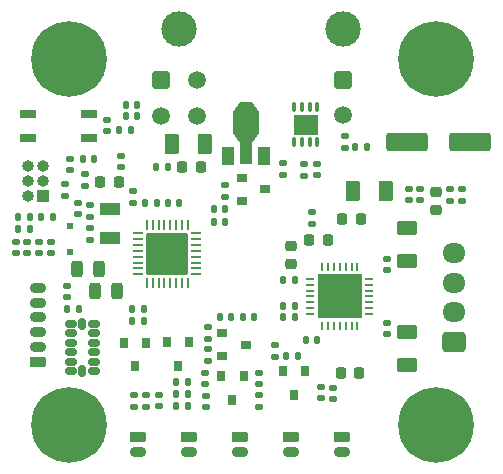
<source format=gts>
G04 #@! TF.GenerationSoftware,KiCad,Pcbnew,5.99.0-unknown-eb819a3b25~139~ubuntu20.04.1*
G04 #@! TF.CreationDate,2021-10-10T12:59:27-07:00*
G04 #@! TF.ProjectId,Huvud,48757675-642e-46b6-9963-61645f706362,rev?*
G04 #@! TF.SameCoordinates,PXad91980PY876bf80*
G04 #@! TF.FileFunction,Soldermask,Top*
G04 #@! TF.FilePolarity,Negative*
%FSLAX46Y46*%
G04 Gerber Fmt 4.6, Leading zero omitted, Abs format (unit mm)*
G04 Created by KiCad (PCBNEW 5.99.0-unknown-eb819a3b25~139~ubuntu20.04.1) date 2021-10-10 12:59:27*
%MOMM*%
%LPD*%
G01*
G04 APERTURE LIST*
G04 Aperture macros list*
%AMRoundRect*
0 Rectangle with rounded corners*
0 $1 Rounding radius*
0 $2 $3 $4 $5 $6 $7 $8 $9 X,Y pos of 4 corners*
0 Add a 4 corners polygon primitive as box body*
4,1,4,$2,$3,$4,$5,$6,$7,$8,$9,$2,$3,0*
0 Add four circle primitives for the rounded corners*
1,1,$1+$1,$2,$3*
1,1,$1+$1,$4,$5*
1,1,$1+$1,$6,$7*
1,1,$1+$1,$8,$9*
0 Add four rect primitives between the rounded corners*
20,1,$1+$1,$2,$3,$4,$5,0*
20,1,$1+$1,$4,$5,$6,$7,0*
20,1,$1+$1,$6,$7,$8,$9,0*
20,1,$1+$1,$8,$9,$2,$3,0*%
%AMOutline4P*
0 Free polygon, 4 corners , with rotation*
0 The origin of the aperture is its center*
0 number of corners: always 4*
0 $1 to $8 corner X, Y*
0 $9 Rotation angle, in degrees counterclockwise*
0 create outline with 4 corners*
4,1,4,$1,$2,$3,$4,$5,$6,$7,$8,$1,$2,$9*%
G04 Aperture macros list end*
%ADD10RoundRect,0.147500X-0.172500X0.147500X-0.172500X-0.147500X0.172500X-0.147500X0.172500X0.147500X0*%
%ADD11RoundRect,0.147500X0.172500X-0.147500X0.172500X0.147500X-0.172500X0.147500X-0.172500X-0.147500X0*%
%ADD12RoundRect,0.147500X-0.147500X-0.172500X0.147500X-0.172500X0.147500X0.172500X-0.147500X0.172500X0*%
%ADD13RoundRect,0.225000X0.475000X-0.225000X0.475000X0.225000X-0.475000X0.225000X-0.475000X-0.225000X0*%
%ADD14O,1.400000X0.900000*%
%ADD15RoundRect,0.147500X0.147500X0.172500X-0.147500X0.172500X-0.147500X-0.172500X0.147500X-0.172500X0*%
%ADD16R,0.900000X0.800000*%
%ADD17RoundRect,0.225000X-0.475000X0.225000X-0.475000X-0.225000X0.475000X-0.225000X0.475000X0.225000X0*%
%ADD18C,0.800000*%
%ADD19C,6.400000*%
%ADD20RoundRect,0.218750X0.218750X0.256250X-0.218750X0.256250X-0.218750X-0.256250X0.218750X-0.256250X0*%
%ADD21RoundRect,0.218750X-0.218750X-0.256250X0.218750X-0.256250X0.218750X0.256250X-0.218750X0.256250X0*%
%ADD22RoundRect,0.250000X-0.625000X0.375000X-0.625000X-0.375000X0.625000X-0.375000X0.625000X0.375000X0*%
%ADD23RoundRect,0.250000X0.625000X-0.375000X0.625000X0.375000X-0.625000X0.375000X-0.625000X-0.375000X0*%
%ADD24R,1.000000X1.000000*%
%ADD25O,1.000000X1.000000*%
%ADD26R,0.250000X0.800000*%
%ADD27R,0.800000X0.250000*%
%ADD28R,3.700000X3.700000*%
%ADD29RoundRect,0.075000X0.075000X-0.325000X0.075000X0.325000X-0.075000X0.325000X-0.075000X-0.325000X0*%
%ADD30R,2.050000X1.700000*%
%ADD31RoundRect,0.250000X-0.375000X-0.625000X0.375000X-0.625000X0.375000X0.625000X-0.375000X0.625000X0*%
%ADD32RoundRect,0.243750X-0.243750X-0.456250X0.243750X-0.456250X0.243750X0.456250X-0.243750X0.456250X0*%
%ADD33RoundRect,0.218750X0.256250X-0.218750X0.256250X0.218750X-0.256250X0.218750X-0.256250X-0.218750X0*%
%ADD34C,3.000000*%
%ADD35RoundRect,0.250001X-0.499999X-0.499999X0.499999X-0.499999X0.499999X0.499999X-0.499999X0.499999X0*%
%ADD36C,1.500000*%
%ADD37RoundRect,0.250000X1.500000X0.550000X-1.500000X0.550000X-1.500000X-0.550000X1.500000X-0.550000X0*%
%ADD38RoundRect,0.250000X0.725000X-0.600000X0.725000X0.600000X-0.725000X0.600000X-0.725000X-0.600000X0*%
%ADD39O,1.950000X1.700000*%
%ADD40RoundRect,0.150000X-0.325000X-0.150000X0.325000X-0.150000X0.325000X0.150000X-0.325000X0.150000X0*%
%ADD41RoundRect,0.150000X-0.150000X-0.325000X0.150000X-0.325000X0.150000X0.325000X-0.150000X0.325000X0*%
%ADD42R,0.800000X0.900000*%
%ADD43R,1.000000X1.500000*%
%ADD44Outline4P,-1.100000X-0.500000X1.100000X-0.500000X0.400000X0.500000X-0.400000X0.500000X180.000000*%
%ADD45Outline4P,-1.100000X-0.425000X1.100000X-0.425000X0.500000X0.425000X-0.500000X0.425000X0.000000*%
%ADD46R,2.200000X1.840000*%
%ADD47R,1.000000X1.800000*%
%ADD48R,0.500000X0.500000*%
%ADD49R,1.450000X0.700000*%
%ADD50R,1.800000X1.000000*%
%ADD51RoundRect,0.062500X-0.337500X-0.062500X0.337500X-0.062500X0.337500X0.062500X-0.337500X0.062500X0*%
%ADD52RoundRect,0.062500X-0.062500X-0.337500X0.062500X-0.337500X0.062500X0.337500X-0.062500X0.337500X0*%
%ADD53RoundRect,0.249998X-1.550002X-1.550002X1.550002X-1.550002X1.550002X1.550002X-1.550002X1.550002X0*%
G04 APERTURE END LIST*
D10*
X7250000Y22135000D03*
X7250000Y21165000D03*
D11*
X5130000Y24885000D03*
X5130000Y25855000D03*
X7250000Y23115000D03*
X7250000Y24085000D03*
X5550000Y27065000D03*
X5550000Y28035000D03*
D12*
X6615000Y28000000D03*
X7585000Y28000000D03*
D13*
X2870000Y10850000D03*
D14*
X2870000Y12100000D03*
X2870000Y13350000D03*
X2870000Y14600000D03*
X2870000Y15850000D03*
X2870000Y17100000D03*
D10*
X1930000Y20995000D03*
X1930000Y20025000D03*
D15*
X12885000Y24300000D03*
X11915000Y24300000D03*
D10*
X10900000Y25285000D03*
X10900000Y24315000D03*
D15*
X10685000Y30430000D03*
X9715000Y30430000D03*
D10*
X8700000Y31335000D03*
X8700000Y30365000D03*
X21560000Y9915000D03*
X21560000Y8945000D03*
X28800000Y29935000D03*
X28800000Y28965000D03*
D16*
X18450000Y13250000D03*
X18450000Y11350000D03*
X20450000Y12300000D03*
D11*
X17060000Y7005000D03*
X17060000Y7975000D03*
X21540000Y7035000D03*
X21540000Y8005000D03*
D17*
X24250000Y4475000D03*
D14*
X24250000Y3225000D03*
D18*
X36500000Y34100000D03*
X34802944Y38197056D03*
X36500000Y38900000D03*
X34100000Y36500000D03*
X38900000Y36500000D03*
X38197056Y38197056D03*
X34802944Y34802944D03*
D19*
X36500000Y36500000D03*
D18*
X38197056Y34802944D03*
X38197056Y3802944D03*
X36500000Y3100000D03*
X36500000Y7900000D03*
X38197056Y7197056D03*
X38900000Y5500000D03*
X34802944Y3802944D03*
X34802944Y7197056D03*
D19*
X36500000Y5500000D03*
D18*
X34100000Y5500000D03*
D15*
X24585000Y17800000D03*
X23615000Y17800000D03*
D12*
X25515000Y12700000D03*
X26485000Y12700000D03*
D20*
X30187500Y22950000D03*
X28612500Y22950000D03*
D21*
X25812500Y21175000D03*
X27387500Y21175000D03*
D20*
X30037500Y9900000D03*
X28462500Y9900000D03*
D22*
X34050000Y22200000D03*
X34050000Y19400000D03*
D23*
X34050000Y10600000D03*
X34050000Y13400000D03*
D17*
X15650000Y4475000D03*
D14*
X15650000Y3225000D03*
D18*
X3100000Y5500000D03*
X3802944Y3802944D03*
X7900000Y5500000D03*
X5500000Y7900000D03*
D19*
X5500000Y5500000D03*
D18*
X3802944Y7197056D03*
X7197056Y7197056D03*
X5500000Y3100000D03*
X7197056Y3802944D03*
D24*
X3250000Y24850000D03*
D25*
X1980000Y24850000D03*
X3250000Y26120000D03*
X1980000Y26120000D03*
X3250000Y27390000D03*
X1980000Y27390000D03*
D18*
X5500000Y38900000D03*
X7197056Y34802944D03*
X7900000Y36500000D03*
X7197056Y38197056D03*
D19*
X5500000Y36500000D03*
D18*
X3802944Y38197056D03*
X5500000Y34100000D03*
X3802944Y34802944D03*
X3100000Y36500000D03*
D10*
X16960000Y9895000D03*
X16960000Y8925000D03*
D15*
X30685000Y29000000D03*
X29715000Y29000000D03*
D17*
X19950000Y4475000D03*
D14*
X19950000Y3225000D03*
D11*
X2960000Y20025000D03*
X2960000Y20995000D03*
D26*
X29887800Y18875200D03*
X29387801Y18875200D03*
X28887799Y18875200D03*
X28387800Y18875200D03*
X27887801Y18875200D03*
X27387799Y18875200D03*
X26887800Y18875200D03*
D27*
X25887800Y17875200D03*
X25887800Y17375201D03*
X25887800Y16875199D03*
X25887800Y16375200D03*
X25887800Y15875201D03*
X25887800Y15375199D03*
X25887800Y14875200D03*
D26*
X26887800Y13875200D03*
X27387799Y13875200D03*
X27887801Y13875200D03*
X28387800Y13875200D03*
X28887799Y13875200D03*
X29387801Y13875200D03*
X29887800Y13875200D03*
D27*
X30887800Y14875200D03*
X30887800Y15375199D03*
X30887800Y15875201D03*
X30887800Y16375200D03*
X30887800Y16875199D03*
X30887800Y17375201D03*
X30887800Y17875200D03*
D28*
X28387800Y16375200D03*
D12*
X17715000Y22700000D03*
X18685000Y22700000D03*
X23615000Y15600000D03*
X24585000Y15600000D03*
X23615000Y14600000D03*
X24585000Y14600000D03*
D29*
X24535000Y29475000D03*
X25185000Y29475000D03*
X25835000Y29475000D03*
X26485000Y29475000D03*
X24535000Y32375000D03*
X25835000Y32375000D03*
X25185000Y32375000D03*
D30*
X25510000Y30925000D03*
D29*
X26485000Y32375000D03*
D11*
X26480000Y26625000D03*
X26480000Y27595000D03*
D31*
X29517100Y25327600D03*
X32317100Y25327600D03*
D32*
X6112500Y18700000D03*
X7987500Y18700000D03*
D33*
X36500000Y23662500D03*
X36500000Y25237500D03*
D11*
X3950000Y20025000D03*
X3950000Y20995000D03*
X6800000Y25765000D03*
X6800000Y26735000D03*
D34*
X28700000Y39020000D03*
D35*
X28700000Y34700000D03*
D36*
X28700000Y31700000D03*
D37*
X39450000Y29450000D03*
X34050000Y29450000D03*
D12*
X17715000Y23800000D03*
X18685000Y23800000D03*
D38*
X38038500Y12524000D03*
D39*
X38038500Y15024000D03*
X38038500Y17524000D03*
X38038500Y20024000D03*
D12*
X10265000Y32620000D03*
X11235000Y32620000D03*
X10275000Y31620000D03*
X11245000Y31620000D03*
D33*
X24300000Y19112500D03*
X24300000Y20687500D03*
D21*
X15062500Y27300000D03*
X16637500Y27300000D03*
D15*
X13835000Y27300000D03*
X12865000Y27300000D03*
D11*
X6260000Y23335000D03*
X6260000Y24305000D03*
D12*
X1165000Y22090000D03*
X2135000Y22090000D03*
X1175000Y23110000D03*
X2145000Y23110000D03*
X3105000Y23090000D03*
X4075000Y23090000D03*
D10*
X5300000Y17285000D03*
X5300000Y16315000D03*
D11*
X960000Y20025000D03*
X960000Y20995000D03*
D40*
X5600000Y14050000D03*
X5600000Y13250000D03*
X5600000Y12450000D03*
X5600000Y11650000D03*
X5600000Y10850000D03*
X5600000Y10050000D03*
D41*
X6600000Y10050000D03*
D40*
X7600000Y10050000D03*
X7600000Y10850000D03*
X7600000Y11650000D03*
X7600000Y12450000D03*
X7600000Y13250000D03*
X7600000Y14050000D03*
D41*
X6600000Y14050000D03*
D10*
X23550000Y27635000D03*
X23550000Y26665000D03*
D21*
X8112500Y26100000D03*
X9687500Y26100000D03*
D15*
X6275000Y15350000D03*
X5305000Y15350000D03*
D42*
X20260000Y9640000D03*
X18360000Y9640000D03*
X19310000Y7640000D03*
D10*
X26000000Y23485000D03*
X26000000Y22515000D03*
D11*
X25400000Y26615000D03*
X25400000Y27585000D03*
X32400000Y18615000D03*
X32400000Y19585000D03*
D15*
X15535000Y7090000D03*
X14565000Y7090000D03*
D10*
X35200000Y25485000D03*
X35200000Y24515000D03*
D12*
X23850000Y11300000D03*
X24820000Y11300000D03*
D32*
X7662500Y16800000D03*
X9537500Y16800000D03*
D43*
X18950000Y28295000D03*
D44*
X20450000Y29698800D03*
D45*
X20450000Y32442000D03*
D46*
X20450000Y31108500D03*
D47*
X20450000Y28441500D03*
D43*
X21950000Y28295000D03*
D31*
X14150000Y29250000D03*
X16950000Y29250000D03*
D48*
X5560000Y20170000D03*
X5560000Y22370000D03*
D42*
X15660000Y12480000D03*
X13760000Y12480000D03*
X14710000Y10480000D03*
D10*
X32400000Y14135000D03*
X32400000Y13165000D03*
D12*
X14565000Y8130000D03*
X15535000Y8130000D03*
D49*
X1970000Y29800000D03*
X7130000Y29800000D03*
X7130000Y31800000D03*
X1970000Y31800000D03*
D11*
X13050000Y7065000D03*
X13050000Y8035000D03*
X10950000Y7025000D03*
X10950000Y7995000D03*
D10*
X12000000Y8015000D03*
X12000000Y7045000D03*
D17*
X28550000Y4475000D03*
D14*
X28550000Y3225000D03*
D50*
X8950000Y23800000D03*
X8950000Y21300000D03*
D11*
X17250000Y12815000D03*
X17250000Y13785000D03*
D15*
X11785000Y15300000D03*
X10815000Y15300000D03*
D11*
X22900000Y11265000D03*
X22900000Y12235000D03*
X38750000Y24465000D03*
X38750000Y25435000D03*
D10*
X18700000Y25785000D03*
X18700000Y24815000D03*
D16*
X20100000Y26400000D03*
X20100000Y24500000D03*
X22100000Y25450000D03*
D11*
X26800000Y7765000D03*
X26800000Y8735000D03*
D34*
X14795000Y39015000D03*
D35*
X13295000Y34695000D03*
D36*
X16295000Y34695000D03*
X13295000Y31695000D03*
X16295000Y31695000D03*
D15*
X15525000Y9170000D03*
X14555000Y9170000D03*
D17*
X11350000Y4475000D03*
D14*
X11350000Y3225000D03*
D11*
X27800000Y7665000D03*
X27800000Y8635000D03*
D42*
X25450000Y10050000D03*
X23550000Y10050000D03*
X24500000Y8050000D03*
X12010000Y12460000D03*
X10110000Y12460000D03*
X11060000Y10460000D03*
D11*
X9900000Y27315000D03*
X9900000Y28285000D03*
X34250000Y24515000D03*
X34250000Y25485000D03*
D15*
X21135000Y14600000D03*
X20165000Y14600000D03*
D12*
X13815000Y24300000D03*
X14785000Y24300000D03*
D10*
X17250000Y11885000D03*
X17250000Y10915000D03*
D15*
X11785000Y14300000D03*
X10815000Y14300000D03*
X19185000Y14600000D03*
X18215000Y14600000D03*
D51*
X11350000Y21750000D03*
X11350000Y21250000D03*
X11350000Y20750000D03*
X11350000Y20250000D03*
X11350000Y19750000D03*
X11350000Y19250000D03*
X11350000Y18750000D03*
X11350000Y18250000D03*
D52*
X12050000Y17550000D03*
X12550000Y17550000D03*
X13050000Y17550000D03*
X13550000Y17550000D03*
X14050000Y17550000D03*
X14550000Y17550000D03*
X15050000Y17550000D03*
X15550000Y17550000D03*
D51*
X16250000Y18250000D03*
X16250000Y18750000D03*
X16250000Y19250000D03*
X16250000Y19750000D03*
X16250000Y20250000D03*
X16250000Y20750000D03*
X16250000Y21250000D03*
X16250000Y21750000D03*
D52*
X15550000Y22450000D03*
X15050000Y22450000D03*
X14550000Y22450000D03*
X14050000Y22450000D03*
X13550000Y22450000D03*
X13050000Y22450000D03*
X12550000Y22450000D03*
X12050000Y22450000D03*
D53*
X13800000Y20000000D03*
D10*
X37750000Y25435000D03*
X37750000Y24465000D03*
M02*

</source>
